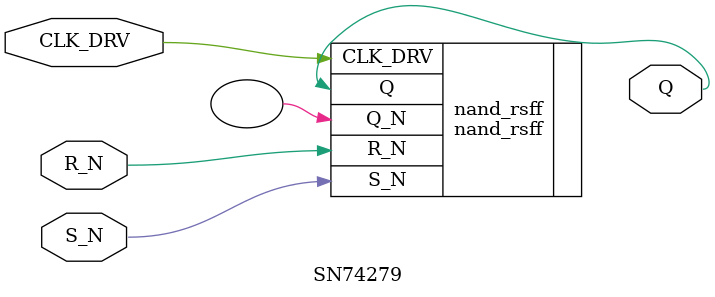
<source format=sv>
/*
 * Synchronous version of SN74279 (S_N-R_N LATCH)
 * driven by faster clock than the original clock.
 * R_N=0, S_N=0 input (not allowed) is treated as holding previous Q value.
 */
module SN74279(
  input   logic CLK_DRV,  // clock for synchronously drive
  input   logic S_N, R_N, // set/reset negative
  output  logic Q
);
  // Using nand rsff
  nand_rsff nand_rsff(
    .CLK_DRV,
    .S_N, .R_N,
    .Q, .Q_N()
  );

endmodule

</source>
